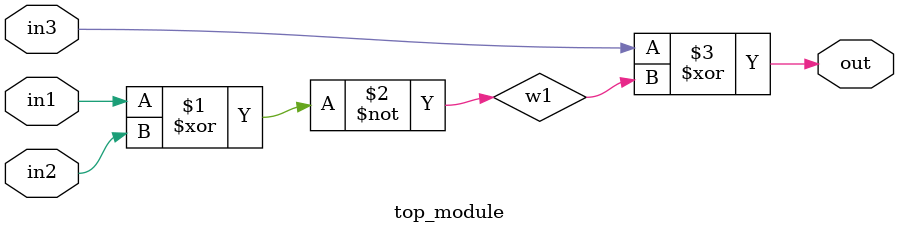
<source format=v>
module top_module (
    input in1,
    input in2,
    input in3,
    output out); 
    wire w1;
    assign w1= ~(in1^in2);
    assign out=in3^w1;

endmodule

</source>
